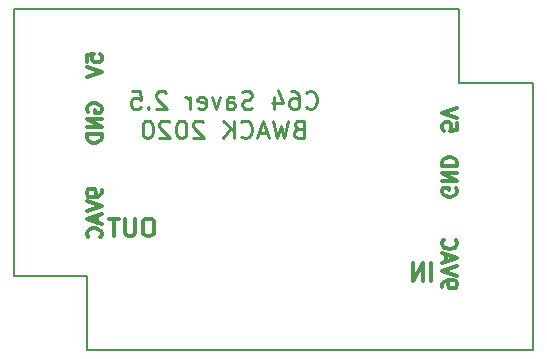
<source format=gbo>
G04 #@! TF.GenerationSoftware,KiCad,Pcbnew,5.1.4+dfsg1-1*
G04 #@! TF.CreationDate,2020-09-13T01:28:56+02:00*
G04 #@! TF.ProjectId,C64Saver2,43363453-6176-4657-9232-2e6b69636164,rev?*
G04 #@! TF.SameCoordinates,Original*
G04 #@! TF.FileFunction,Legend,Bot*
G04 #@! TF.FilePolarity,Positive*
%FSLAX46Y46*%
G04 Gerber Fmt 4.6, Leading zero omitted, Abs format (unit mm)*
G04 Created by KiCad (PCBNEW 5.1.4+dfsg1-1) date 2020-09-13 01:28:56*
%MOMM*%
%LPD*%
G04 APERTURE LIST*
%ADD10C,0.300000*%
%ADD11C,0.150000*%
%ADD12C,0.250000*%
G04 APERTURE END LIST*
D10*
X152000000Y-101428571D02*
X151714285Y-101428571D01*
X151571428Y-101500000D01*
X151428571Y-101642857D01*
X151357142Y-101928571D01*
X151357142Y-102428571D01*
X151428571Y-102714285D01*
X151571428Y-102857142D01*
X151714285Y-102928571D01*
X152000000Y-102928571D01*
X152142857Y-102857142D01*
X152285714Y-102714285D01*
X152357142Y-102428571D01*
X152357142Y-101928571D01*
X152285714Y-101642857D01*
X152142857Y-101500000D01*
X152000000Y-101428571D01*
X150714285Y-101428571D02*
X150714285Y-102642857D01*
X150642857Y-102785714D01*
X150571428Y-102857142D01*
X150428571Y-102928571D01*
X150142857Y-102928571D01*
X150000000Y-102857142D01*
X149928571Y-102785714D01*
X149857142Y-102642857D01*
X149857142Y-101428571D01*
X149357142Y-101428571D02*
X148500000Y-101428571D01*
X148928571Y-102928571D02*
X148928571Y-101428571D01*
X175791714Y-106678571D02*
X175791714Y-105178571D01*
X175077428Y-106678571D02*
X175077428Y-105178571D01*
X174220285Y-106678571D01*
X174220285Y-105178571D01*
D11*
X140462000Y-106299000D02*
X140462000Y-83693000D01*
X146685000Y-106299000D02*
X140462000Y-106299000D01*
X146685000Y-112522000D02*
X146685000Y-106299000D01*
X184404000Y-112522000D02*
X146685000Y-112522000D01*
X184404000Y-89916000D02*
X184404000Y-112522000D01*
X178181000Y-89916000D02*
X184404000Y-89916000D01*
X178181000Y-83693000D02*
X178181000Y-89916000D01*
X140462000Y-83693000D02*
X178181000Y-83693000D01*
D12*
X165206285Y-91995714D02*
X165277714Y-92067142D01*
X165492000Y-92138571D01*
X165634857Y-92138571D01*
X165849142Y-92067142D01*
X165992000Y-91924285D01*
X166063428Y-91781428D01*
X166134857Y-91495714D01*
X166134857Y-91281428D01*
X166063428Y-90995714D01*
X165992000Y-90852857D01*
X165849142Y-90710000D01*
X165634857Y-90638571D01*
X165492000Y-90638571D01*
X165277714Y-90710000D01*
X165206285Y-90781428D01*
X163920571Y-90638571D02*
X164206285Y-90638571D01*
X164349142Y-90710000D01*
X164420571Y-90781428D01*
X164563428Y-90995714D01*
X164634857Y-91281428D01*
X164634857Y-91852857D01*
X164563428Y-91995714D01*
X164492000Y-92067142D01*
X164349142Y-92138571D01*
X164063428Y-92138571D01*
X163920571Y-92067142D01*
X163849142Y-91995714D01*
X163777714Y-91852857D01*
X163777714Y-91495714D01*
X163849142Y-91352857D01*
X163920571Y-91281428D01*
X164063428Y-91210000D01*
X164349142Y-91210000D01*
X164492000Y-91281428D01*
X164563428Y-91352857D01*
X164634857Y-91495714D01*
X162492000Y-91138571D02*
X162492000Y-92138571D01*
X162849142Y-90567142D02*
X163206285Y-91638571D01*
X162277714Y-91638571D01*
X160634857Y-92067142D02*
X160420571Y-92138571D01*
X160063428Y-92138571D01*
X159920571Y-92067142D01*
X159849142Y-91995714D01*
X159777714Y-91852857D01*
X159777714Y-91710000D01*
X159849142Y-91567142D01*
X159920571Y-91495714D01*
X160063428Y-91424285D01*
X160349142Y-91352857D01*
X160492000Y-91281428D01*
X160563428Y-91210000D01*
X160634857Y-91067142D01*
X160634857Y-90924285D01*
X160563428Y-90781428D01*
X160492000Y-90710000D01*
X160349142Y-90638571D01*
X159992000Y-90638571D01*
X159777714Y-90710000D01*
X158492000Y-92138571D02*
X158492000Y-91352857D01*
X158563428Y-91210000D01*
X158706285Y-91138571D01*
X158992000Y-91138571D01*
X159134857Y-91210000D01*
X158492000Y-92067142D02*
X158634857Y-92138571D01*
X158992000Y-92138571D01*
X159134857Y-92067142D01*
X159206285Y-91924285D01*
X159206285Y-91781428D01*
X159134857Y-91638571D01*
X158992000Y-91567142D01*
X158634857Y-91567142D01*
X158492000Y-91495714D01*
X157920571Y-91138571D02*
X157563428Y-92138571D01*
X157206285Y-91138571D01*
X156063428Y-92067142D02*
X156206285Y-92138571D01*
X156492000Y-92138571D01*
X156634857Y-92067142D01*
X156706285Y-91924285D01*
X156706285Y-91352857D01*
X156634857Y-91210000D01*
X156492000Y-91138571D01*
X156206285Y-91138571D01*
X156063428Y-91210000D01*
X155992000Y-91352857D01*
X155992000Y-91495714D01*
X156706285Y-91638571D01*
X155349142Y-92138571D02*
X155349142Y-91138571D01*
X155349142Y-91424285D02*
X155277714Y-91281428D01*
X155206285Y-91210000D01*
X155063428Y-91138571D01*
X154920571Y-91138571D01*
X153349142Y-90781428D02*
X153277714Y-90710000D01*
X153134857Y-90638571D01*
X152777714Y-90638571D01*
X152634857Y-90710000D01*
X152563428Y-90781428D01*
X152492000Y-90924285D01*
X152492000Y-91067142D01*
X152563428Y-91281428D01*
X153420571Y-92138571D01*
X152492000Y-92138571D01*
X151849142Y-91995714D02*
X151777714Y-92067142D01*
X151849142Y-92138571D01*
X151920571Y-92067142D01*
X151849142Y-91995714D01*
X151849142Y-92138571D01*
X150420571Y-90638571D02*
X151134857Y-90638571D01*
X151206285Y-91352857D01*
X151134857Y-91281428D01*
X150992000Y-91210000D01*
X150634857Y-91210000D01*
X150492000Y-91281428D01*
X150420571Y-91352857D01*
X150349142Y-91495714D01*
X150349142Y-91852857D01*
X150420571Y-91995714D01*
X150492000Y-92067142D01*
X150634857Y-92138571D01*
X150992000Y-92138571D01*
X151134857Y-92067142D01*
X151206285Y-91995714D01*
X164563428Y-93852857D02*
X164349142Y-93924285D01*
X164277714Y-93995714D01*
X164206285Y-94138571D01*
X164206285Y-94352857D01*
X164277714Y-94495714D01*
X164349142Y-94567142D01*
X164492000Y-94638571D01*
X165063428Y-94638571D01*
X165063428Y-93138571D01*
X164563428Y-93138571D01*
X164420571Y-93210000D01*
X164349142Y-93281428D01*
X164277714Y-93424285D01*
X164277714Y-93567142D01*
X164349142Y-93710000D01*
X164420571Y-93781428D01*
X164563428Y-93852857D01*
X165063428Y-93852857D01*
X163706285Y-93138571D02*
X163349142Y-94638571D01*
X163063428Y-93567142D01*
X162777714Y-94638571D01*
X162420571Y-93138571D01*
X161920571Y-94210000D02*
X161206285Y-94210000D01*
X162063428Y-94638571D02*
X161563428Y-93138571D01*
X161063428Y-94638571D01*
X159706285Y-94495714D02*
X159777714Y-94567142D01*
X159992000Y-94638571D01*
X160134857Y-94638571D01*
X160349142Y-94567142D01*
X160492000Y-94424285D01*
X160563428Y-94281428D01*
X160634857Y-93995714D01*
X160634857Y-93781428D01*
X160563428Y-93495714D01*
X160492000Y-93352857D01*
X160349142Y-93210000D01*
X160134857Y-93138571D01*
X159992000Y-93138571D01*
X159777714Y-93210000D01*
X159706285Y-93281428D01*
X159063428Y-94638571D02*
X159063428Y-93138571D01*
X158206285Y-94638571D02*
X158849142Y-93781428D01*
X158206285Y-93138571D02*
X159063428Y-93995714D01*
X156492000Y-93281428D02*
X156420571Y-93210000D01*
X156277714Y-93138571D01*
X155920571Y-93138571D01*
X155777714Y-93210000D01*
X155706285Y-93281428D01*
X155634857Y-93424285D01*
X155634857Y-93567142D01*
X155706285Y-93781428D01*
X156563428Y-94638571D01*
X155634857Y-94638571D01*
X154706285Y-93138571D02*
X154563428Y-93138571D01*
X154420571Y-93210000D01*
X154349142Y-93281428D01*
X154277714Y-93424285D01*
X154206285Y-93710000D01*
X154206285Y-94067142D01*
X154277714Y-94352857D01*
X154349142Y-94495714D01*
X154420571Y-94567142D01*
X154563428Y-94638571D01*
X154706285Y-94638571D01*
X154849142Y-94567142D01*
X154920571Y-94495714D01*
X154992000Y-94352857D01*
X155063428Y-94067142D01*
X155063428Y-93710000D01*
X154992000Y-93424285D01*
X154920571Y-93281428D01*
X154849142Y-93210000D01*
X154706285Y-93138571D01*
X153634857Y-93281428D02*
X153563428Y-93210000D01*
X153420571Y-93138571D01*
X153063428Y-93138571D01*
X152920571Y-93210000D01*
X152849142Y-93281428D01*
X152777714Y-93424285D01*
X152777714Y-93567142D01*
X152849142Y-93781428D01*
X153706285Y-94638571D01*
X152777714Y-94638571D01*
X151849142Y-93138571D02*
X151706285Y-93138571D01*
X151563428Y-93210000D01*
X151492000Y-93281428D01*
X151420571Y-93424285D01*
X151349142Y-93710000D01*
X151349142Y-94067142D01*
X151420571Y-94352857D01*
X151492000Y-94495714D01*
X151563428Y-94567142D01*
X151706285Y-94638571D01*
X151849142Y-94638571D01*
X151992000Y-94567142D01*
X152063428Y-94495714D01*
X152134857Y-94352857D01*
X152206285Y-94067142D01*
X152206285Y-93710000D01*
X152134857Y-93424285D01*
X152063428Y-93281428D01*
X151992000Y-93210000D01*
X151849142Y-93138571D01*
D10*
X147885476Y-99030476D02*
X147885476Y-99268571D01*
X147825952Y-99387619D01*
X147766428Y-99447142D01*
X147587857Y-99566190D01*
X147349761Y-99625714D01*
X146873571Y-99625714D01*
X146754523Y-99566190D01*
X146695000Y-99506666D01*
X146635476Y-99387619D01*
X146635476Y-99149523D01*
X146695000Y-99030476D01*
X146754523Y-98970952D01*
X146873571Y-98911428D01*
X147171190Y-98911428D01*
X147290238Y-98970952D01*
X147349761Y-99030476D01*
X147409285Y-99149523D01*
X147409285Y-99387619D01*
X147349761Y-99506666D01*
X147290238Y-99566190D01*
X147171190Y-99625714D01*
X146635476Y-99982857D02*
X147885476Y-100399523D01*
X146635476Y-100816190D01*
X147528333Y-101173333D02*
X147528333Y-101768571D01*
X147885476Y-101054285D02*
X146635476Y-101470952D01*
X147885476Y-101887619D01*
X147766428Y-103018571D02*
X147825952Y-102959047D01*
X147885476Y-102780476D01*
X147885476Y-102661428D01*
X147825952Y-102482857D01*
X147706904Y-102363809D01*
X147587857Y-102304285D01*
X147349761Y-102244761D01*
X147171190Y-102244761D01*
X146933095Y-102304285D01*
X146814047Y-102363809D01*
X146695000Y-102482857D01*
X146635476Y-102661428D01*
X146635476Y-102780476D01*
X146695000Y-102959047D01*
X146754523Y-103018571D01*
X146695000Y-92392619D02*
X146635476Y-92273571D01*
X146635476Y-92095000D01*
X146695000Y-91916428D01*
X146814047Y-91797380D01*
X146933095Y-91737857D01*
X147171190Y-91678333D01*
X147349761Y-91678333D01*
X147587857Y-91737857D01*
X147706904Y-91797380D01*
X147825952Y-91916428D01*
X147885476Y-92095000D01*
X147885476Y-92214047D01*
X147825952Y-92392619D01*
X147766428Y-92452142D01*
X147349761Y-92452142D01*
X147349761Y-92214047D01*
X147885476Y-92987857D02*
X146635476Y-92987857D01*
X147885476Y-93702142D01*
X146635476Y-93702142D01*
X147885476Y-94297380D02*
X146635476Y-94297380D01*
X146635476Y-94595000D01*
X146695000Y-94773571D01*
X146814047Y-94892619D01*
X146933095Y-94952142D01*
X147171190Y-95011666D01*
X147349761Y-95011666D01*
X147587857Y-94952142D01*
X147706904Y-94892619D01*
X147825952Y-94773571D01*
X147885476Y-94595000D01*
X147885476Y-94297380D01*
X146635476Y-88153904D02*
X146635476Y-87558666D01*
X147230714Y-87499142D01*
X147171190Y-87558666D01*
X147111666Y-87677714D01*
X147111666Y-87975333D01*
X147171190Y-88094380D01*
X147230714Y-88153904D01*
X147349761Y-88213428D01*
X147647380Y-88213428D01*
X147766428Y-88153904D01*
X147825952Y-88094380D01*
X147885476Y-87975333D01*
X147885476Y-87677714D01*
X147825952Y-87558666D01*
X147766428Y-87499142D01*
X146635476Y-88570571D02*
X147885476Y-88987238D01*
X146635476Y-89403904D01*
X177976523Y-93329095D02*
X177976523Y-93924333D01*
X177381285Y-93983857D01*
X177440809Y-93924333D01*
X177500333Y-93805285D01*
X177500333Y-93507666D01*
X177440809Y-93388619D01*
X177381285Y-93329095D01*
X177262238Y-93269571D01*
X176964619Y-93269571D01*
X176845571Y-93329095D01*
X176786047Y-93388619D01*
X176726523Y-93507666D01*
X176726523Y-93805285D01*
X176786047Y-93924333D01*
X176845571Y-93983857D01*
X177976523Y-92912428D02*
X176726523Y-92495761D01*
X177976523Y-92079095D01*
X177917000Y-98869380D02*
X177976523Y-98988428D01*
X177976523Y-99167000D01*
X177917000Y-99345571D01*
X177797952Y-99464619D01*
X177678904Y-99524142D01*
X177440809Y-99583666D01*
X177262238Y-99583666D01*
X177024142Y-99524142D01*
X176905095Y-99464619D01*
X176786047Y-99345571D01*
X176726523Y-99167000D01*
X176726523Y-99047952D01*
X176786047Y-98869380D01*
X176845571Y-98809857D01*
X177262238Y-98809857D01*
X177262238Y-99047952D01*
X176726523Y-98274142D02*
X177976523Y-98274142D01*
X176726523Y-97559857D01*
X177976523Y-97559857D01*
X176726523Y-96964619D02*
X177976523Y-96964619D01*
X177976523Y-96667000D01*
X177917000Y-96488428D01*
X177797952Y-96369380D01*
X177678904Y-96309857D01*
X177440809Y-96250333D01*
X177262238Y-96250333D01*
X177024142Y-96309857D01*
X176905095Y-96369380D01*
X176786047Y-96488428D01*
X176726523Y-96667000D01*
X176726523Y-96964619D01*
X176726523Y-107217523D02*
X176726523Y-106979428D01*
X176786047Y-106860380D01*
X176845571Y-106800857D01*
X177024142Y-106681809D01*
X177262238Y-106622285D01*
X177738428Y-106622285D01*
X177857476Y-106681809D01*
X177917000Y-106741333D01*
X177976523Y-106860380D01*
X177976523Y-107098476D01*
X177917000Y-107217523D01*
X177857476Y-107277047D01*
X177738428Y-107336571D01*
X177440809Y-107336571D01*
X177321761Y-107277047D01*
X177262238Y-107217523D01*
X177202714Y-107098476D01*
X177202714Y-106860380D01*
X177262238Y-106741333D01*
X177321761Y-106681809D01*
X177440809Y-106622285D01*
X177976523Y-106265142D02*
X176726523Y-105848476D01*
X177976523Y-105431809D01*
X177083666Y-105074666D02*
X177083666Y-104479428D01*
X176726523Y-105193714D02*
X177976523Y-104777047D01*
X176726523Y-104360380D01*
X176845571Y-103229428D02*
X176786047Y-103288952D01*
X176726523Y-103467523D01*
X176726523Y-103586571D01*
X176786047Y-103765142D01*
X176905095Y-103884190D01*
X177024142Y-103943714D01*
X177262238Y-104003238D01*
X177440809Y-104003238D01*
X177678904Y-103943714D01*
X177797952Y-103884190D01*
X177917000Y-103765142D01*
X177976523Y-103586571D01*
X177976523Y-103467523D01*
X177917000Y-103288952D01*
X177857476Y-103229428D01*
M02*

</source>
